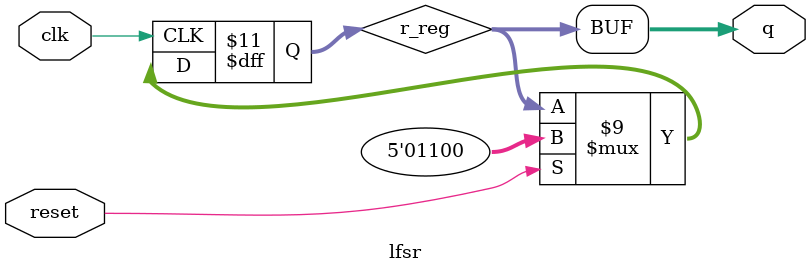
<source format=v>
module lfsr( 
    input clk,
    input reset,
    output [4:0] q
); 
reg [4:0] r_reg;
wire [4:0] r_next;
wire feedback_value;
// on reset set the value of r_reg to 1
// otherwise assign r_next to r_reg
// assign the xor of bit positions 2 and 4 of r_reg to feedback_value
// assign feedback value concatenated with 4 MSBs of r_reg to r_next
// assign r_reg to the output q
assign r_next = ((~r_reg[2] & r_reg[4]) | (r_reg[2] & r_reg[3])) ^ (feedback_value ^ r_reg[4]);
always @ (posedge clk) begin
if(reset) begin
r_reg <= 5'b01100; // reset to 000 010 011
end
end
assign q = r_reg;
endmodule

</source>
